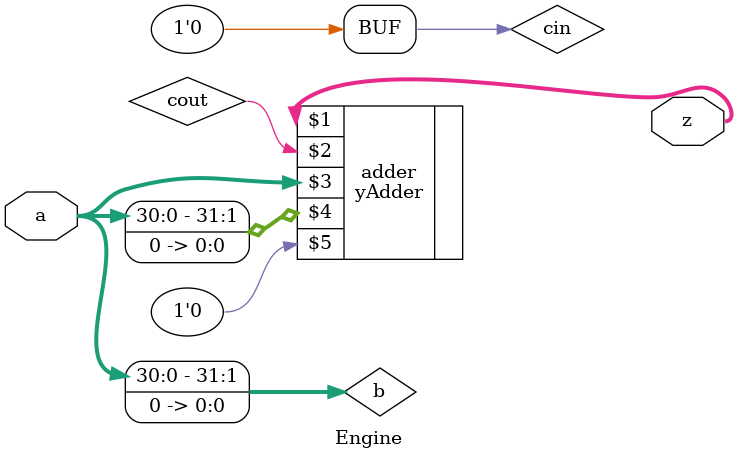
<source format=v>
module Engine(z, a);
output [31:0] z;
input [31:0] a;
wire [31:0] b;
wire cout, cin;

assign cin = 0;
assign b[0] = 0;
assign b[31:1] = a[30:0];
yAdder adder(z, cout, a, b, cin);

endmodule

</source>
